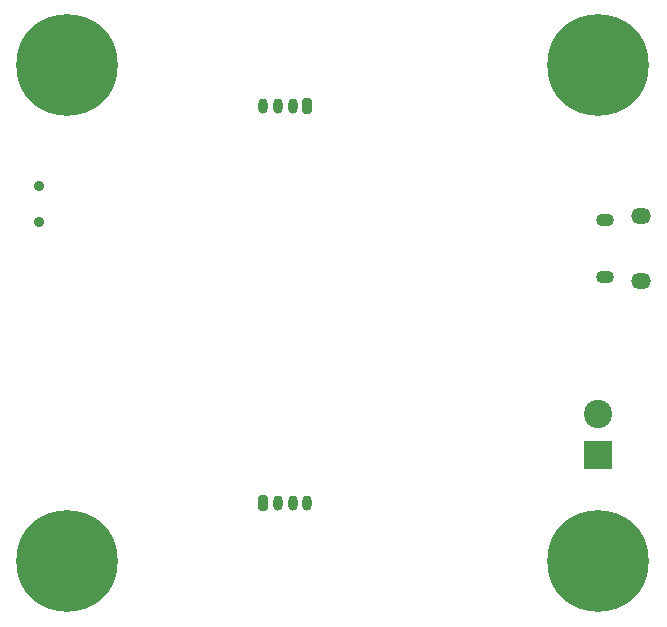
<source format=gbr>
%TF.GenerationSoftware,KiCad,Pcbnew,(6.0.7)*%
%TF.CreationDate,2022-09-22T19:59:32-07:00*%
%TF.ProjectId,STM32F4_rev2,53544d33-3246-4345-9f72-6576322e6b69,rev?*%
%TF.SameCoordinates,Original*%
%TF.FileFunction,Soldermask,Bot*%
%TF.FilePolarity,Negative*%
%FSLAX46Y46*%
G04 Gerber Fmt 4.6, Leading zero omitted, Abs format (unit mm)*
G04 Created by KiCad (PCBNEW (6.0.7)) date 2022-09-22 19:59:32*
%MOMM*%
%LPD*%
G01*
G04 APERTURE LIST*
G04 Aperture macros list*
%AMRoundRect*
0 Rectangle with rounded corners*
0 $1 Rounding radius*
0 $2 $3 $4 $5 $6 $7 $8 $9 X,Y pos of 4 corners*
0 Add a 4 corners polygon primitive as box body*
4,1,4,$2,$3,$4,$5,$6,$7,$8,$9,$2,$3,0*
0 Add four circle primitives for the rounded corners*
1,1,$1+$1,$2,$3*
1,1,$1+$1,$4,$5*
1,1,$1+$1,$6,$7*
1,1,$1+$1,$8,$9*
0 Add four rect primitives between the rounded corners*
20,1,$1+$1,$2,$3,$4,$5,0*
20,1,$1+$1,$4,$5,$6,$7,0*
20,1,$1+$1,$6,$7,$8,$9,0*
20,1,$1+$1,$8,$9,$2,$3,0*%
G04 Aperture macros list end*
%ADD10C,0.900000*%
%ADD11C,8.600000*%
%ADD12RoundRect,0.200000X0.200000X0.450000X-0.200000X0.450000X-0.200000X-0.450000X0.200000X-0.450000X0*%
%ADD13O,0.800000X1.300000*%
%ADD14O,1.700000X1.350000*%
%ADD15O,1.500000X1.100000*%
%ADD16RoundRect,0.200000X-0.200000X-0.450000X0.200000X-0.450000X0.200000X0.450000X-0.200000X0.450000X0*%
%ADD17R,2.400000X2.400000*%
%ADD18C,2.400000*%
G04 APERTURE END LIST*
D10*
%TO.C,H2*%
X115250000Y-107225000D03*
X112025000Y-104000000D03*
X112969581Y-101719581D03*
X117530419Y-101719581D03*
X115250000Y-100775000D03*
X117530419Y-106280419D03*
X112969581Y-106280419D03*
X118475000Y-104000000D03*
D11*
X115250000Y-104000000D03*
%TD*%
D12*
%TO.C,J3*%
X90625000Y-65450000D03*
D13*
X89375000Y-65450000D03*
X88125000Y-65450000D03*
X86875000Y-65450000D03*
%TD*%
D14*
%TO.C,J5*%
X118865000Y-80255000D03*
D15*
X115865000Y-75105000D03*
D14*
X118865000Y-74795000D03*
D15*
X115865000Y-79945000D03*
%TD*%
D10*
%TO.C,H3*%
X70250000Y-65225000D03*
X67969581Y-64280419D03*
D11*
X70250000Y-62000000D03*
D10*
X72530419Y-59719581D03*
X73475000Y-62000000D03*
X72530419Y-64280419D03*
X70250000Y-58775000D03*
X67969581Y-59719581D03*
X67025000Y-62000000D03*
%TD*%
%TO.C,SW1*%
X67895000Y-75250000D03*
X67895000Y-72250000D03*
%TD*%
D16*
%TO.C,J4*%
X86875000Y-99050000D03*
D13*
X88125000Y-99050000D03*
X89375000Y-99050000D03*
X90625000Y-99050000D03*
%TD*%
D17*
%TO.C,J1*%
X115250000Y-95000000D03*
D18*
X115250000Y-91500000D03*
%TD*%
D10*
%TO.C,H4*%
X112969581Y-64280419D03*
X115250000Y-65225000D03*
X112969581Y-59719581D03*
X112025000Y-62000000D03*
X117530419Y-59719581D03*
D11*
X115250000Y-62000000D03*
D10*
X118475000Y-62000000D03*
X115250000Y-58775000D03*
X117530419Y-64280419D03*
%TD*%
D11*
%TO.C,H1*%
X70250000Y-104000000D03*
D10*
X67969581Y-101719581D03*
X67025000Y-104000000D03*
X70250000Y-100775000D03*
X70250000Y-107225000D03*
X67969581Y-106280419D03*
X72530419Y-101719581D03*
X72530419Y-106280419D03*
X73475000Y-104000000D03*
%TD*%
M02*

</source>
